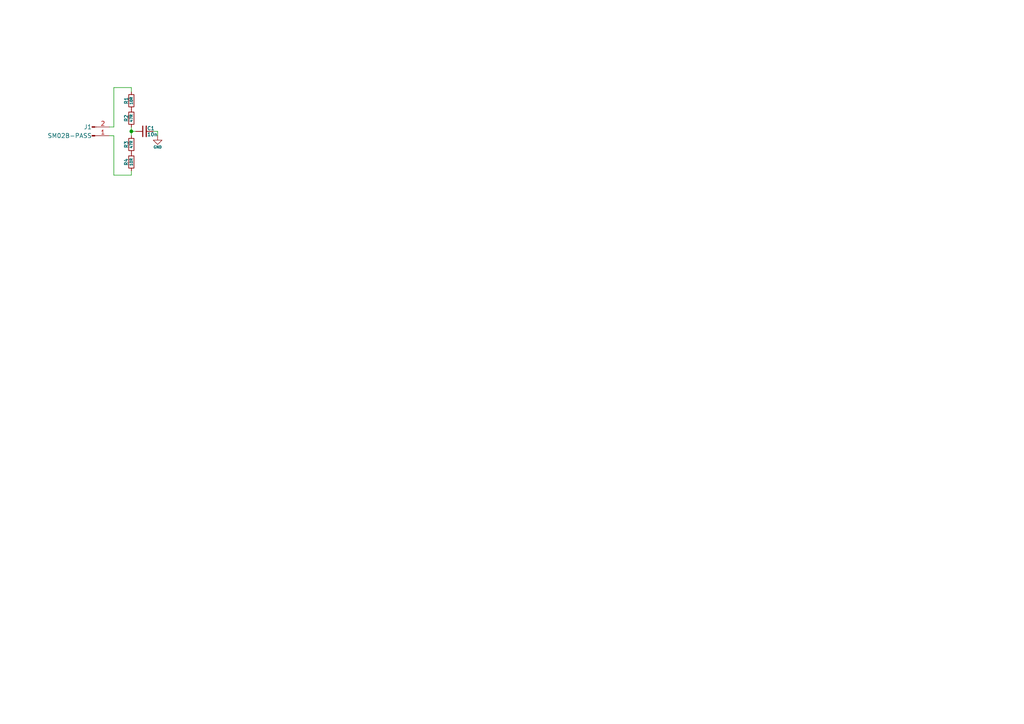
<source format=kicad_sch>
(kicad_sch (version 20250114) (generator "eeschema") (generator_version "9.0")
  (paper "A4")
  (lib_symbols
    (symbol "Bluesat:C_CompactV" (pin_numbers (hide yes)) (pin_names (offset 0.254) (hide yes))
      (property "Reference" "C" (at -0.889 0.762 90))
      (property "Value" "C_CompactV" (at 0.889 0.762 90))
      (symbol "C_CompactV_0_1"
        (polyline (pts (xy 1.524 0.508) (xy -1.524 0.508)) (stroke (width 0.3302)))
        (polyline (pts (xy 1.524 -0.508) (xy -1.524 -0.508)) (stroke (width 0.3048)))
      )
      (symbol "C_CompactV_1_1"
        (pin passive line (at 0 2.54 270) (length 2.032) (name "~") (number "2"))
        (pin passive line (at 0 -2.54 90) (length 2.032) (name "~") (number "1"))
      )
    )
    (symbol "Bluesat:R_CompactV" (pin_numbers (hide yes)) (pin_names (offset 0.254) (hide yes))
      (property "Reference" "R" (at -0.889 0 90))
      (property "Value" "R_CompactV" (at 0 0 90))
      (symbol "R_CompactV_0_1"
        (rectangle (start -0.762 1.778) (end 0.762 -1.778) (stroke (width 0.2032)))
      )
      (symbol "R_CompactV_1_1"
        (pin passive line (at 0 2.54 270) (length 0.762) (name "~") (number "1"))
        (pin passive line (at 0 -2.54 90) (length 0.762) (name "~") (number "2"))
      )
    )
    (symbol "Connector:Conn_01x02_Pin" (pin_names (offset 1.016) (hide yes))
      (property "Reference" "J" (at 0 2.54 0))
      (property "Value" "Conn_01x02_Pin" (at 0 -5.08 0))
      (symbol "Conn_01x02_Pin_1_1"
        (rectangle (start 0.8636 0.127) (end 0 -0.127) (stroke (width 0.1524)) (fill (type outline)))
        (rectangle (start 0.8636 -2.413) (end 0 -2.667) (stroke (width 0.1524)) (fill (type outline)))
        (polyline (pts (xy 1.27 0) (xy 0.8636 0)) (stroke (width 0.1524)))
        (polyline (pts (xy 1.27 -2.54) (xy 0.8636 -2.54)) (stroke (width 0.1524)))
        (pin passive line (at 5.08 0 180) (length 3.81) (name "Pin_1") (number "1"))
        (pin passive line (at 5.08 -2.54 180) (length 3.81) (name "Pin_2") (number "2"))
      )
    )
    (symbol "power:GND" (power) (pin_numbers (hide yes)) (pin_names (offset 0) (hide yes))
      (property "Value" "GND" (at 0 -3.81 0))
      (symbol "GND_0_1"
        (polyline (pts (xy 0 0) (xy 0 -1.27) (xy 1.27 -1.27) (xy 0 -2.54) (xy -1.27 -1.27) (xy 0 -1.27)))
      )
      (symbol "GND_1_1"
        (pin power_in line (at 0 0 270) (length 0) (name "~") (number "1"))
      )
    )
  )
  (junction (at 38.1 38.1))
  (wire (pts (xy 38.1 38.1) (xy 38.1 39.37)))
  (wire (pts (xy 33.02 36.83) (xy 31.75 36.83)))
  (wire (pts (xy 33.02 25.4) (xy 33.02 36.83)))
  (wire (pts (xy 38.1 38.1) (xy 39.37 38.1)))
  (wire (pts (xy 33.02 50.8) (xy 38.1 50.8)))
  (wire (pts (xy 38.1 36.83) (xy 38.1 38.1)))
  (wire (pts (xy 45.72 38.1) (xy 45.72 39.37)))
  (wire (pts (xy 33.02 25.4) (xy 38.1 25.4)))
  (wire (pts (xy 44.45 38.1) (xy 45.72 38.1)))
  (wire (pts (xy 38.1 49.53) (xy 38.1 50.8)))
  (wire (pts (xy 33.02 50.8) (xy 33.02 39.37)))
  (wire (pts (xy 38.1 25.4) (xy 38.1 26.67)))
  (wire (pts (xy 33.02 39.37) (xy 31.75 39.37)))
  (symbol (lib_id "Connector:Conn_01x02_Pin") (at 26.67 39.37 0) (mirror x) (unit 1)
    (property "Reference" "J1" (at 26.67 36.83 0) (effects (justify right)))
    (property "Value" "SM02B-PASS" (at 26.67 39.37 0) (effects (justify right)))
    (property "Footprint" "Bluesat:SM02B-PASS" (effects (hide yes)))
    (property "Description" "Generic connector, single row, 01x02, script generated" (effects (hide yes)))
  )
  (symbol (lib_id "Bluesat:C_CompactV") (at 41.91 38.1 270) (unit 1)
    (property "Reference" "C1" (at 42.672 37.211 90) (effects (font (size 1.016 1.016)) (justify left)))
    (property "Value" "10n" (at 42.672 38.989 90) (effects (font (size 1.016 1.016)) (justify left)))
    (property "Footprint" "Capacitor_SMD:C_0402_1005Metric" (effects (hide yes)))
    (property "Description" "Unpolarized capacitor, compact symbol" (effects (hide yes)))
  )
  (symbol (lib_id "Bluesat:R_CompactV") (at 38.1 46.99 0) (unit 1)
    (property "Reference" "R4" (at 37.211 46.99 90) (effects (font (size 1.016 1.016)) (justify bottom)))
    (property "Value" "10R" (at 38.1 46.99 90) (effects (font (size 0.762 0.762))))
    (property "Footprint" "Resistor_SMD:R_0402_1005Metric" (effects (hide yes)))
    (property "Description" "Resistor, compact symbol" (effects (hide yes)))
  )
  (symbol (lib_id "Bluesat:R_CompactV") (at 38.1 34.29 0) (unit 1)
    (property "Reference" "R2" (at 37.211 34.29 90) (effects (font (size 1.016 1.016)) (justify bottom)))
    (property "Value" "47R" (at 38.1 34.29 90) (effects (font (size 0.762 0.762))))
    (property "Footprint" "Resistor_SMD:R_0402_1005Metric" (effects (hide yes)))
    (property "Description" "Resistor, compact symbol" (effects (hide yes)))
  )
  (symbol (lib_id "power:GND") (at 45.72 39.37 0) (unit 1)
    (property "Reference" "#PWR0101" (effects (hide yes)))
    (property "Value" "GND" (at 45.72 42.672 0) (effects (font (size 0.762 0.762))))
    (property "Description" "Power symbol creates a global label with name \"GND\" , ground" (effects (hide yes)))
  )
  (symbol (lib_id "Bluesat:R_CompactV") (at 38.1 41.91 0) (unit 1)
    (property "Reference" "R3" (at 37.211 41.91 90) (effects (font (size 1.016 1.016)) (justify bottom)))
    (property "Value" "47R" (at 38.1 41.91 90) (effects (font (size 0.762 0.762))))
    (property "Footprint" "Resistor_SMD:R_0402_1005Metric" (effects (hide yes)))
    (property "Description" "Resistor, compact symbol" (effects (hide yes)))
  )
  (symbol (lib_id "Bluesat:R_CompactV") (at 38.1 29.21 0) (unit 1)
    (property "Reference" "R1" (at 37.211 29.21 90) (effects (font (size 1.016 1.016)) (justify bottom)))
    (property "Value" "10R" (at 38.1 29.21 90) (effects (font (size 0.762 0.762))))
    (property "Footprint" "Resistor_SMD:R_0402_1005Metric" (effects (hide yes)))
    (property "Description" "Resistor, compact symbol" (effects (hide yes)))
  )
)
</source>
